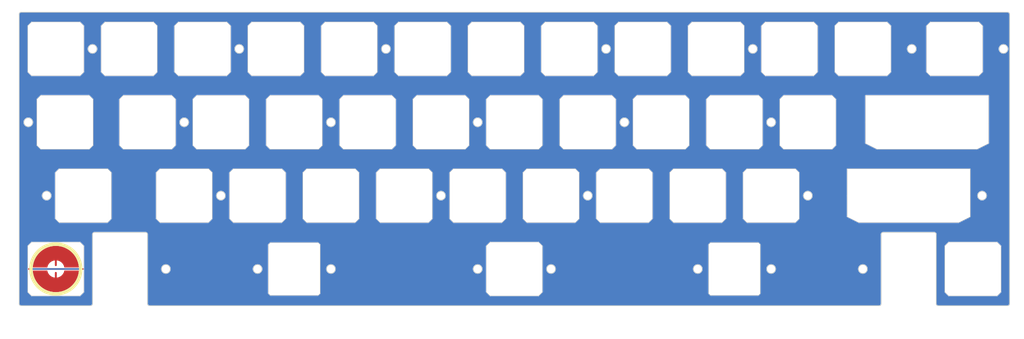
<source format=kicad_pcb>
(kicad_pcb (version 20221018) (generator pcbnew)
  (layers (0 "F.Cu" signal) (31 "B.Cu" signal) (34 "B.Paste" user) (35 "F.Paste" user) (36 "B.SilkS" user "B.Silkscreen") (37 "F.SilkS" user "F.Silkscreen") (38 "B.Mask" user) (39 "F.Mask" user) (44 "Edge.Cuts" user))
  (net 0 "")
  (net 1 "GND")
  (footprint "cipulot_parts:ecs_plate_cut_1U" (layer "F.Cu") (at 26.9875 91.28125)
    (fp_text reference "REF**")
    (fp_text value "Value " hide)
    (fp_line (start -7.3 -6) (end -7.3 6) (stroke (width 0.12)) (layer "Edge.Cuts"))
    (fp_line (start -7.3 6) (end -6.3 7) (stroke (width 0.12)) (layer "Edge.Cuts"))
    (fp_line (start -6.3 -7) (end -7.3 -6) (stroke (width 0.12)) (layer "Edge.Cuts"))
    (fp_line (start -6.3 7) (end 6.3 7) (stroke (width 0.12)) (layer "Edge.Cuts"))
    (fp_line (start 6.3 -7) (end -6.3 -7) (stroke (width 0.12)) (layer "Edge.Cuts"))
    (fp_line (start 6.3 -7) (end 7.3 -6) (stroke (width 0.12)) (layer "Edge.Cuts"))
    (fp_line (start 6.3 7) (end 7.3 6) (stroke (width 0.12)) (layer "Edge.Cuts"))
    (fp_line (start 7.3 6) (end 7.3 -6) (stroke (width 0.12)) (layer "Edge.Cuts"))
  )
  (footprint "cipulot_parts:ecs_plate_cut_1U" (layer "F.Cu") (at 136.525 72.23125)
    (fp_text reference "REF**")
    (fp_text value "Value " hide)
    (fp_line (start -7.3 -6) (end -7.3 6) (stroke (width 0.12)) (layer "Edge.Cuts"))
    (fp_line (start -7.3 6) (end -6.3 7) (stroke (width 0.12)) (layer "Edge.Cuts"))
    (fp_line (start -6.3 -7) (end -7.3 -6) (stroke (width 0.12)) (layer "Edge.Cuts"))
    (fp_line (start -6.3 7) (end 6.3 7) (stroke (width 0.12)) (layer "Edge.Cuts"))
    (fp_line (start 6.3 -7) (end -6.3 -7) (stroke (width 0.12)) (layer "Edge.Cuts"))
    (fp_line (start 6.3 -7) (end 7.3 -6) (stroke (width 0.12)) (layer "Edge.Cuts"))
    (fp_line (start 6.3 7) (end 7.3 6) (stroke (width 0.12)) (layer "Edge.Cuts"))
    (fp_line (start 7.3 6) (end 7.3 -6) (stroke (width 0.12)) (layer "Edge.Cuts"))
  )
  (footprint "cipulot_parts:ecs_plate_cut_1U" (layer "F.Cu") (at 146.05 53.18125)
    (fp_text reference "REF**")
    (fp_text value "Value " hide)
    (fp_line (start -7.3 -6) (end -7.3 6) (stroke (width 0.12)) (layer "Edge.Cuts"))
    (fp_line (start -7.3 6) (end -6.3 7) (stroke (width 0.12)) (layer "Edge.Cuts"))
    (fp_line (start -6.3 -7) (end -7.3 -6) (stroke (width 0.12)) (layer "Edge.Cuts"))
    (fp_line (start -6.3 7) (end 6.3 7) (stroke (width 0.12)) (layer "Edge.Cuts"))
    (fp_line (start 6.3 -7) (end -6.3 -7) (stroke (width 0.12)) (layer "Edge.Cuts"))
    (fp_line (start 6.3 -7) (end 7.3 -6) (stroke (width 0.12)) (layer "Edge.Cuts"))
    (fp_line (start 6.3 7) (end 7.3 6) (stroke (width 0.12)) (layer "Edge.Cuts"))
    (fp_line (start 7.3 6) (end 7.3 -6) (stroke (width 0.12)) (layer "Edge.Cuts"))
  )
  (footprint "cipulot_parts:ecs_plate_cut_1U" (layer "F.Cu") (at 46.0375 34.13125)
    (fp_text reference "REF**")
    (fp_text value "Value " hide)
    (fp_line (start -7.3 -6) (end -7.3 6) (stroke (width 0.12)) (layer "Edge.Cuts"))
    (fp_line (start -7.3 6) (end -6.3 7) (stroke (width 0.12)) (layer "Edge.Cuts"))
    (fp_line (start -6.3 -7) (end -7.3 -6) (stroke (width 0.12)) (layer "Edge.Cuts"))
    (fp_line (start -6.3 7) (end 6.3 7) (stroke (width 0.12)) (layer "Edge.Cuts"))
    (fp_line (start 6.3 -7) (end -6.3 -7) (stroke (width 0.12)) (layer "Edge.Cuts"))
    (fp_line (start 6.3 -7) (end 7.3 -6) (stroke (width 0.12)) (layer "Edge.Cuts"))
    (fp_line (start 6.3 7) (end 7.3 6) (stroke (width 0.12)) (layer "Edge.Cuts"))
    (fp_line (start 7.3 6) (end 7.3 -6) (stroke (width 0.12)) (layer "Edge.Cuts"))
  )
  (footprint "cipulot_parts:ecs_plate_cut_1U" (layer "F.Cu") (at 79.375 72.23125)
    (fp_text reference "REF**")
    (fp_text value "Value " hide)
    (fp_line (start -7.3 -6) (end -7.3 6) (stroke (width 0.12)) (layer "Edge.Cuts"))
    (fp_line (start -7.3 6) (end -6.3 7) (stroke (width 0.12)) (layer "Edge.Cuts"))
    (fp_line (start -6.3 -7) (end -7.3 -6) (stroke (width 0.12)) (layer "Edge.Cuts"))
    (fp_line (start -6.3 7) (end 6.3 7) (stroke (width 0.12)) (layer "Edge.Cuts"))
    (fp_line (start 6.3 -7) (end -6.3 -7) (stroke (width 0.12)) (layer "Edge.Cuts"))
    (fp_line (start 6.3 -7) (end 7.3 -6) (stroke (width 0.12)) (layer "Edge.Cuts"))
    (fp_line (start 6.3 7) (end 7.3 6) (stroke (width 0.12)) (layer "Edge.Cuts"))
    (fp_line (start 7.3 6) (end 7.3 -6) (stroke (width 0.12)) (layer "Edge.Cuts"))
  )
  (footprint "cipulot_parts:ecs_plate_cut_1U" (layer "F.Cu") (at 88.9 53.18125)
    (fp_text reference "REF**")
    (fp_text value "Value " hide)
    (fp_line (start -7.3 -6) (end -7.3 6) (stroke (width 0.12)) (layer "Edge.Cuts"))
    (fp_line (start -7.3 6) (end -6.3 7) (stroke (width 0.12)) (layer "Edge.Cuts"))
    (fp_line (start -6.3 -7) (end -7.3 -6) (stroke (width 0.12)) (layer "Edge.Cuts"))
    (fp_line (start -6.3 7) (end 6.3 7) (stroke (width 0.12)) (layer "Edge.Cuts"))
    (fp_line (start 6.3 -7) (end -6.3 -7) (stroke (width 0.12)) (layer "Edge.Cuts"))
    (fp_line (start 6.3 -7) (end 7.3 -6) (stroke (width 0.12)) (layer "Edge.Cuts"))
    (fp_line (start 6.3 7) (end 7.3 6) (stroke (width 0.12)) (layer "Edge.Cuts"))
    (fp_line (start 7.3 6) (end 7.3 -6) (stroke (width 0.12)) (layer "Edge.Cuts"))
  )
  (footprint "cipulot_parts:ecs_plate_cut_1U" (layer "F.Cu") (at 260.35 34.13125)
    (fp_text reference "REF**")
    (fp_text value "Value " hide)
    (fp_line (start -7.3 -6) (end -7.3 6) (stroke (width 0.12)) (layer "Edge.Cuts"))
    (fp_line (start -7.3 6) (end -6.3 7) (stroke (width 0.12)) (layer "Edge.Cuts"))
    (fp_line (start -6.3 -7) (end -7.3 -6) (stroke (width 0.12)) (layer "Edge.Cuts"))
    (fp_line (start -6.3 7) (end 6.3 7) (stroke (width 0.12)) (layer "Edge.Cuts"))
    (fp_line (start 6.3 -7) (end -6.3 -7) (stroke (width 0.12)) (layer "Edge.Cuts"))
    (fp_line (start 6.3 -7) (end 7.3 -6) (stroke (width 0.12)) (layer "Edge.Cuts"))
    (fp_line (start 6.3 7) (end 7.3 6) (stroke (width 0.12)) (layer "Edge.Cuts"))
    (fp_line (start 7.3 6) (end 7.3 -6) (stroke (width 0.12)) (layer "Edge.Cuts"))
  )
  (footprint "cipulot_parts:ecs_plate_cut_1U" (layer "F.Cu") (at 127 53.18125)
    (fp_text reference "REF**")
    (fp_text value "Value " hide)
    (fp_line (start -7.3 -6) (end -7.3 6) (stroke (width 0.12)) (layer "Edge.Cuts"))
    (fp_line (start -7.3 6) (end -6.3 7) (stroke (width 0.12)) (layer "Edge.Cuts"))
    (fp_line (start -6.3 -7) (end -7.3 -6) (stroke (width 0.12)) (layer "Edge.Cuts"))
    (fp_line (start -6.3 7) (end 6.3 7) (stroke (width 0.12)) (layer "Edge.Cuts"))
    (fp_line (start 6.3 -7) (end -6.3 -7) (stroke (width 0.12)) (layer "Edge.Cuts"))
    (fp_line (start 6.3 -7) (end 7.3 -6) (stroke (width 0.12)) (layer "Edge.Cuts"))
    (fp_line (start 6.3 7) (end 7.3 6) (stroke (width 0.12)) (layer "Edge.Cuts"))
    (fp_line (start 7.3 6) (end 7.3 -6) (stroke (width 0.12)) (layer "Edge.Cuts"))
  )
  (footprint "cipulot_parts:ecs_plate_cut_1U" (layer "F.Cu") (at 198.4375 34.13125)
    (fp_text reference "REF**")
    (fp_text value "Value " hide)
    (fp_line (start -7.3 -6) (end -7.3 6) (stroke (width 0.12)) (layer "Edge.Cuts"))
    (fp_line (start -7.3 6) (end -6.3 7) (stroke (width 0.12)) (layer "Edge.Cuts"))
    (fp_line (start -6.3 -7) (end -7.3 -6) (stroke (width 0.12)) (layer "Edge.Cuts"))
    (fp_line (start -6.3 7) (end 6.3 7) (stroke (width 0.12)) (layer "Edge.Cuts"))
    (fp_line (start 6.3 -7) (end -6.3 -7) (stroke (width 0.12)) (layer "Edge.Cuts"))
    (fp_line (start 6.3 -7) (end 7.3 -6) (stroke (width 0.12)) (layer "Edge.Cuts"))
    (fp_line (start 6.3 7) (end 7.3 6) (stroke (width 0.12)) (layer "Edge.Cuts"))
    (fp_line (start 7.3 6) (end 7.3 -6) (stroke (width 0.12)) (layer "Edge.Cuts"))
  )
  (footprint "cipulot_parts:ecs_plate_cut_1U" (layer "F.Cu") (at 203.2 53.18125)
    (fp_text reference "REF**")
    (fp_text value "Value " hide)
    (fp_line (start -7.3 -6) (end -7.3 6) (stroke (width 0.12)) (layer "Edge.Cuts"))
    (fp_line (start -7.3 6) (end -6.3 7) (stroke (width 0.12)) (layer "Edge.Cuts"))
    (fp_line (start -6.3 -7) (end -7.3 -6) (stroke (width 0.12)) (layer "Edge.Cuts"))
    (fp_line (start -6.3 7) (end 6.3 7) (stroke (width 0.12)) (layer "Edge.Cuts"))
    (fp_line (start 6.3 -7) (end -6.3 -7) (stroke (width 0.12)) (layer "Edge.Cuts"))
    (fp_line (start 6.3 -7) (end 7.3 -6) (stroke (width 0.12)) (layer "Edge.Cuts"))
    (fp_line (start 6.3 7) (end 7.3 6) (stroke (width 0.12)) (layer "Edge.Cuts"))
    (fp_line (start 7.3 6) (end 7.3 -6) (stroke (width 0.12)) (layer "Edge.Cuts"))
  )
  (footprint "cipulot_parts:ecs_plate_cut_1U" (layer "F.Cu") (at 165.1 53.18125)
    (fp_text reference "REF**")
    (fp_text value "Value " hide)
    (fp_line (start -7.3 -6) (end -7.3 6) (stroke (width 0.12)) (layer "Edge.Cuts"))
    (fp_line (start -7.3 6) (end -6.3 7) (stroke (width 0.12)) (layer "Edge.Cuts"))
    (fp_line (start -6.3 -7) (end -7.3 -6) (stroke (width 0.12)) (layer "Edge.Cuts"))
    (fp_line (start -6.3 7) (end 6.3 7) (stroke (width 0.12)) (layer "Edge.Cuts"))
    (fp_line (start 6.3 -7) (end -6.3 -7) (stroke (width 0.12)) (layer "Edge.Cuts"))
    (fp_line (start 6.3 -7) (end 7.3 -6) (stroke (width 0.12)) (layer "Edge.Cuts"))
    (fp_line (start 6.3 7) (end 7.3 6) (stroke (width 0.12)) (layer "Edge.Cuts"))
    (fp_line (start 7.3 6) (end 7.3 -6) (stroke (width 0.12)) (layer "Edge.Cuts"))
  )
  (footprint "cipulot_parts:ecs_plate_cut_1U" (layer "F.Cu") (at 217.4875 34.13125)
    (fp_text reference "REF**")
    (fp_text value "Value " hide)
    (fp_line (start -7.3 -6) (end -7.3 6) (stroke (width 0.12)) (layer "Edge.Cuts"))
    (fp_line (start -7.3 6) (end -6.3 7) (stroke (width 0.12)) (layer "Edge.Cuts"))
    (fp_line (start -6.3 -7) (end -7.3 -6) (stroke (width 0.12)) (layer "Edge.Cuts"))
    (fp_line (start -6.3 7) (end 6.3 7) (stroke (width 0.12)) (layer "Edge.Cuts"))
    (fp_line (start 6.3 -7) (end -6.3 -7) (stroke (width 0.12)) (layer "Edge.Cuts"))
    (fp_line (start 6.3 -7) (end 7.3 -6) (stroke (width 0.12)) (layer "Edge.Cuts"))
    (fp_line (start 6.3 7) (end 7.3 6) (stroke (width 0.12)) (layer "Edge.Cuts"))
    (fp_line (start 7.3 6) (end 7.3 -6) (stroke (width 0.12)) (layer "Edge.Cuts"))
  )
  (footprint "cipulot_parts:ecs_plate_cut_1U" (layer "F.Cu") (at 117.475 72.23125)
    (fp_text reference "REF**")
    (fp_text value "Value " hide)
    (fp_line (start -7.3 -6) (end -7.3 6) (stroke (width 0.12)) (layer "Edge.Cuts"))
    (fp_line (start -7.3 6) (end -6.3 7) (stroke (width 0.12)) (layer "Edge.Cuts"))
    (fp_line (start -6.3 -7) (end -7.3 -6) (stroke (width 0.12)) (layer "Edge.Cuts"))
    (fp_line (start -6.3 7) (end 6.3 7) (stroke (width 0.12)) (layer "Edge.Cuts"))
    (fp_line (start 6.3 -7) (end -6.3 -7) (stroke (width 0.12)) (layer "Edge.Cuts"))
    (fp_line (start 6.3 -7) (end 7.3 -6) (stroke (width 0.12)) (layer "Edge.Cuts"))
    (fp_line (start 6.3 7) (end 7.3 6) (stroke (width 0.12)) (layer "Edge.Cuts"))
    (fp_line (start 7.3 6) (end 7.3 -6) (stroke (width 0.12)) (layer "Edge.Cuts"))
  )
  (footprint "cipulot_parts:ecs_plate_cut_1U" (layer "F.Cu") (at 84.137501 34.13125)
    (fp_text reference "REF**")
    (fp_text value "Value " hide)
    (fp_line (start -7.3 -6) (end -7.3 6) (stroke (width 0.12)) (layer "Edge.Cuts"))
    (fp_line (start -7.3 6) (end -6.3 7) (stroke (width 0.12)) (layer "Edge.Cuts"))
    (fp_line (start -6.3 -7) (end -7.3 -6) (stroke (width 0.12)) (layer "Edge.Cuts"))
    (fp_line (start -6.3 7) (end 6.3 7) (stroke (width 0.12)) (layer "Edge.Cuts"))
    (fp_line (start 6.3 -7) (end -6.3 -7) (stroke (width 0.12)) (layer "Edge.Cuts"))
    (fp_line (start 6.3 -7) (end 7.3 -6) (stroke (width 0.12)) (layer "Edge.Cuts"))
    (fp_line (start 6.3 7) (end 7.3 6) (stroke (width 0.12)) (layer "Edge.Cuts"))
    (fp_line (start 7.3 6) (end 7.3 -6) (stroke (width 0.12)) (layer "Edge.Cuts"))
  )
  (footprint "cipulot_parts:ecs_plate_cut_1U" (layer "F.Cu") (at 34.13125 72.23125)
    (fp_text reference "REF**")
    (fp_text value "Value " hide)
    (fp_line (start -7.3 -6) (end -7.3 6) (stroke (width 0.12)) (layer "Edge.Cuts"))
    (fp_line (start -7.3 6) (end -6.3 7) (stroke (width 0.12)) (layer "Edge.Cuts"))
    (fp_line (start -6.3 -7) (end -7.3 -6) (stroke (width 0.12)) (layer "Edge.Cuts"))
    (fp_line (start -6.3 7) (end 6.3 7) (stroke (width 0.12)) (layer "Edge.Cuts"))
    (fp_line (start 6.3 -7) (end -6.3 -7) (stroke (width 0.12)) (layer "Edge.Cuts"))
    (fp_line (start 6.3 -7) (end 7.3 -6) (stroke (width 0.12)) (layer "Edge.Cuts"))
    (fp_line (start 6.3 7) (end 7.3 6) (stroke (width 0.12)) (layer "Edge.Cuts"))
    (fp_line (start 7.3 6) (end 7.3 -6) (stroke (width 0.12)) (layer "Edge.Cuts"))
  )
  (footprint "cipulot_parts:ecs_plate_cut_1U" (layer "F.Cu") (at 155.575 72.23125)
    (fp_text reference "REF**")
    (fp_text value "Value " hide)
    (fp_line (start -7.3 -6) (end -7.3 6) (stroke (width 0.12)) (layer "Edge.Cuts"))
    (fp_line (start -7.3 6) (end -6.3 7) (stroke (width 0.12)) (layer "Edge.Cuts"))
    (fp_line (start -6.3 -7) (end -7.3 -6) (stroke (width 0.12)) (layer "Edge.Cuts"))
    (fp_line (start -6.3 7) (end 6.3 7) (stroke (width 0.12)) (layer "Edge.Cuts"))
    (fp_line (start 6.3 -7) (end -6.3 -7) (stroke (width 0.12)) (layer "Edge.Cuts"))
    (fp_line (start 6.3 -7) (end 7.3 -6) (stroke (width 0.12)) (layer "Edge.Cuts"))
    (fp_line (start 6.3 7) (end 7.3 6) (stroke (width 0.12)) (layer "Edge.Cuts"))
    (fp_line (start 7.3 6) (end 7.3 -6) (stroke (width 0.12)) (layer "Edge.Cuts"))
  )
  (footprint "cipulot_parts:ecs_plate_cut_1U" (layer "F.Cu") (at 60.325 72.23125)
    (fp_text reference "REF**")
    (fp_text value "Value " hide)
    (fp_line (start -7.3 -6) (end -7.3 6) (stroke (width 0.12)) (layer "Edge.Cuts"))
    (fp_line (start -7.3 6) (end -6.3 7) (stroke (width 0.12)) (layer "Edge.Cuts"))
    (fp_line (start -6.3 -7) (end -7.3 -6) (stroke (width 0.12)) (layer "Edge.Cuts"))
    (fp_line (start -6.3 7) (end 6.3 7) (stroke (width 0.12)) (layer "Edge.Cuts"))
    (fp_line (start 6.3 -7) (end -6.3 -7) (stroke (width 0.12)) (layer "Edge.Cuts"))
    (fp_line (start 6.3 -7) (end 7.3 -6) (stroke (width 0.12)) (layer "Edge.Cuts"))
    (fp_line (start 6.3 7) (end 7.3 6) (stroke (width 0.12)) (layer "Edge.Cuts"))
    (fp_line (start 7.3 6) (end 7.3 -6) (stroke (width 0.12)) (layer "Edge.Cuts"))
  )
  (footprint "cipulot_parts:ecs_plate_cut_1U" (layer "F.Cu") (at 50.8 53.18125)
    (fp_text reference "REF**")
    (fp_text value "Value " hide)
    (fp_line (start -7.3 -6) (end -7.3 6) (stroke (width 0.12)) (layer "Edge.Cuts"))
    (fp_line (start -7.3 6) (end -6.3 7) (stroke (width 0.12)) (layer "Edge.Cuts"))
    (fp_line (start -6.3 -7) (end -7.3 -6) (stroke (width 0.12)) (layer "Edge.Cuts"))
    (fp_line (start -6.3 7) (end 6.3 7) (stroke (width 0.12)) (layer "Edge.Cuts"))
    (fp_line (start 6.3 -7) (end -6.3 -7) (stroke (width 0.12)) (layer "Edge.Cuts"))
    (fp_line (start 6.3 -7) (end 7.3 -6) (stroke (width 0.12)) (layer "Edge.Cuts"))
    (fp_line (start 6.3 7) (end 7.3 6) (stroke (width 0.12)) (layer "Edge.Cuts"))
    (fp_line (start 7.3 6) (end 7.3 -6) (stroke (width 0.12)) (layer "Edge.Cuts"))
  )
  (footprint "cipulot_parts:ecs_plate_cut_1U" (layer "F.Cu") (at 107.95 53.18125)
    (fp_text reference "REF**")
    (fp_text value "Value " hide)
    (fp_line (start -7.3 -6) (end -7.3 6) (stroke (width 0.12)) (layer "Edge.Cuts"))
    (fp_line (start -7.3 6) (end -6.3 7) (stroke (width 0.12)) (layer "Edge.Cuts"))
    (fp_line (start -6.3 -7) (end -7.3 -6) (stroke (width 0.12)) (layer "Edge.Cuts"))
    (fp_line (start -6.3 7) (end 6.3 7) (stroke (width 0.12)) (layer "Edge.Cuts"))
    (fp_line (start 6.3 -7) (end -6.3 -7) (stroke (width 0.12)) (layer "Edge.Cuts"))
    (fp_line (start 6.3 -7) (end 7.3 -6) (stroke (width 0.12)) (layer "Edge.Cuts"))
    (fp_line (start 6.3 7) (end 7.3 6) (stroke (width 0.12)) (layer "Edge.Cuts"))
    (fp_line (start 7.3 6) (end 7.3 -6) (stroke (width 0.12)) (layer "Edge.Cuts"))
  )
  (footprint "cipulot_parts:ecs_plate_cut_1U" (layer "F.Cu") (at 65.0875 34.13125)
    (fp_text reference "REF**")
    (fp_text value "Value " hide)
    (fp_line (start -7.3 -6) (end -7.3 6) (stroke (width 0.12)) (layer "Edge.Cuts"))
    (fp_line (start -7.3 6) (end -6.3 7) (stroke (width 0.12)) (layer "Edge.Cuts"))
    (fp_line (start -6.3 -7) (end -7.3 -6) (stroke (width 0.12)) (layer "Edge.Cuts"))
    (fp_line (start -6.3 7) (end 6.3 7) (stroke (width 0.12)) (layer "Edge.Cuts"))
    (fp_line (start 6.3 -7) (end -6.3 -7) (stroke (width 0.12)) (layer "Edge.Cuts"))
    (fp_line (start 6.3 -7) (end 7.3 -6) (stroke (width 0.12)) (layer "Edge.Cuts"))
    (fp_line (start 6.3 7) (end 7.3 6) (stroke (width 0.12)) (layer "Edge.Cuts"))
    (fp_line (start 7.3 6) (end 7.3 -6) (stroke (width 0.12)) (layer "Edge.Cuts"))
  )
  (footprint "cipulot_parts:ecs_plate_cut_1U" (layer "F.Cu") (at 141.2875 34.13125)
    (fp_text reference "REF**")
    (fp_text value "Value " hide)
    (fp_line (start -7.3 -6) (end -7.3 6) (stroke (width 0.12)) (layer "Edge.Cuts"))
    (fp_line (start -7.3 6) (end -6.3 7) (stroke (width 0.12)) (layer "Edge.Cuts"))
    (fp_line (start -6.3 -7) (end -7.3 -6) (stroke (width 0.12)) (layer "Edge.Cuts"))
    (fp_line (start -6.3 7) (end 6.3 7) (stroke (width 0.12)) (layer "Edge.Cuts"))
    (fp_line (start 6.3 -7) (end -6.3 -7) (stroke (width 0.12)) (layer "Edge.Cuts"))
    (fp_line (start 6.3 -7) (end 7.3 -6) (stroke (width 0.12)) (layer "Edge.Cuts"))
    (fp_line (start 6.3 7) (end 7.3 6) (stroke (width 0.12)) (layer "Edge.Cuts"))
    (fp_line (start 7.3 6) (end 7.3 -6) (stroke (width 0.12)) (layer "Edge.Cuts"))
  )
  (footprint "cipulot_parts:ecs_plate_cut_1U" (layer "F.Cu") (at 29.36875 53.18125)
    (fp_text reference "REF**")
    (fp_text value "Value " hide)
    (fp_line (start -7.3 -6) (end -7.3 6) (stroke (width 0.12)) (layer "Edge.Cuts"))
    (fp_line (start -7.3 6) (end -6.3 7) (stroke (width 0.12)) (layer "Edge.Cuts"))
    (fp_line (start -6.3 -7) (end -7.3 -6) (stroke (width 0.12)) (layer "Edge.Cuts"))
    (fp_line (start -6.3 7) (end 6.3 7) (stroke (width 0.12)) (layer "Edge.Cuts"))
    (fp_line (start 6.3 -7) (end -6.3 -7) (stroke (width 0.12)) (layer "Edge.Cuts"))
    (fp_line (start 6.3 -7) (end 7.3 -6) (stroke (width 0.12)) (layer "Edge.Cuts"))
    (fp_line (start 6.3 7) (end 7.3 6) (stroke (width 0.12)) (layer "Edge.Cuts"))
    (fp_line (start 7.3 6) (end 7.3 -6) (stroke (width 0.12)) (layer "Edge.Cuts"))
  )
  (footprint "cipulot_parts:ecs_plate_cut_1U" (layer "F.Cu") (at 160.3375 34.13125)
    (fp_text reference "REF**")
    (fp_text value "Value " hide)
    (fp_line (start -7.3 -6) (end -7.3 6) (stroke (width 0.12)) (layer "Edge.Cuts"))
    (fp_line (start -7.3 6) (end -6.3 7) (stroke (width 0.12)) (layer "Edge.Cuts"))
    (fp_line (start -6.3 -7) (end -7.3 -6) (stroke (width 0.12)) (layer "Edge.Cuts"))
    (fp_line (start -6.3 7) (end 6.3 7) (stroke (width 0.12)) (layer "Edge.Cuts"))
    (fp_line (start 6.3 -7) (end -6.3 -7) (stroke (width 0.12)) (layer "Edge.Cuts"))
    (fp_line (start 6.3 -7) (end 7.3 -6) (stroke (width 0.12)) (layer "Edge.Cuts"))
    (fp_line (start 6.3 7) (end 7.3 6) (stroke (width 0.12)) (layer "Edge.Cuts"))
    (fp_line (start 7.3 6) (end 7.3 -6) (stroke (width 0.12)) (layer "Edge.Cuts"))
  )
  (footprint "cipulot_parts:ecs_plate_cut_1U" (layer "F.Cu") (at 122.2375 34.13125)
    (fp_text reference "REF**")
    (fp_text value "Value " hide)
    (fp_line (start -7.3 -6) (end -7.3 6) (stroke (width 0.12)) (layer "Edge.Cuts"))
    (fp_line (start -7.3 6) (end -6.3 7) (stroke (width 0.12)) (layer "Edge.Cuts"))
    (fp_line (start -6.3 -7) (end -7.3 -6) (stroke (width 0.12)) (layer "Edge.Cuts"))
    (fp_line (start -6.3 7) (end 6.3 7) (stroke (width 0.12)) (layer "Edge.Cuts"))
    (fp_line (start 6.3 -7) (end -6.3 -7) (stroke (width 0.12)) (layer "Edge.Cuts"))
    (fp_line (start 6.3 -7) (end 7.3 -6) (stroke (width 0.12)) (layer "Edge.Cuts"))
    (fp_line (start 6.3 7) (end 7.3 6) (stroke (width 0.12)) (layer "Edge.Cuts"))
    (fp_line (start 7.3 6) (end 7.3 -6) (stroke (width 0.12)) (layer "Edge.Cuts"))
  )
  (footprint "cipulot_parts:ecs_plate_cut_1U" (layer "F.Cu") (at 212.725 72.23125)
    (fp_text reference "REF**")
    (fp_text value "Value " hide)
    (fp_line (start -7.3 -6) (end -7.3 6) (stroke (width 0.12)) (layer "Edge.Cuts"))
    (fp_line (start -7.3 6) (end -6.3 7) (stroke (width 0.12)) (layer "Edge.Cuts"))
    (fp_line (start -6.3 -7) (end -7.3 -6) (stroke (width 0.12)) (layer "Edge.Cuts"))
    (fp_line (start -6.3 7) (end 6.3 7) (stroke (width 0.12)) (layer "Edge.Cuts"))
    (fp_line (start 6.3 -7) (end -6.3 -7) (stroke (width 0.12)) (layer "Edge.Cuts"))
    (fp_line (start 6.3 -7) (end 7.3 -6) (stroke (width 0.12)) (layer "Edge.Cuts"))
    (fp_line (start 6.3 7) (end 7.3 6) (stroke (width 0.12)) (layer "Edge.Cuts"))
    (fp_line (start 7.3 6) (end 7.3 -6) (stroke (width 0.12)) (layer "Edge.Cuts"))
  )
  (footprint "cipulot_parts:ecs_plate_cut_1U" (layer "F.Cu") (at 69.85 53.18125)
    (fp_text reference "REF**")
    (fp_text value "Value " hide)
    (fp_line (start -7.3 -6) (end -7.3 6) (stroke (width 0.12)) (layer "Edge.Cuts"))
    (fp_line (start -7.3 6) (end -6.3 7) (stroke (width 0.12)) (layer "Edge.Cuts"))
    (fp_line (start -6.3 -7) (end -7.3 -6) (stroke (width 0.12)) (layer "Edge.Cuts"))
    (fp_line (start -6.3 7) (end 6.3 7) (stroke (width 0.12)) (layer "Edge.Cuts"))
    (fp_line (start 6.3 -7) (end -6.3 -7) (stroke (width 0.12)) (layer "Edge.Cuts"))
    (fp_line (start 6.3 -7) (end 7.3 -6) (stroke (width 0.12)) (layer "Edge.Cuts"))
    (fp_line (start 6.3 7) (end 7.3 6) (stroke (width 0.12)) (layer "Edge.Cuts"))
    (fp_line (start 7.3 6) (end 7.3 -6) (stroke (width 0.12)) (layer "Edge.Cuts"))
  )
  (footprint "cipulot_parts:ecs_plate_cut_7U_space_stab" (layer "F.Cu") (at 146.05 91.28125)
    (fp_text reference "REF**")
    (fp_text value "Value " hide)
    (fp_line (start -63.8876 -6.3635) (end -63.8876 6.3635) (stroke (width 0.12)) (layer "Edge.Cuts"))
    (fp_line (start -63.8876 6.3635) (end -63.3806 6.8705) (stroke (width 0.12)) (layer "Edge.Cuts"))
    (fp_line (start -63.3806 -6.8705) (end -63.8876 -6.3635) (stroke (width 0.12)) (layer "Edge.Cuts"))
    (fp_line (start -63.3806 6.8705) (end -50.9326 6.8705) (stroke (width 0.12)) (layer "Edge.Cuts"))
    (fp_line (start -50.9326 -6.8705) (end -63.3806 -6.8705) (stroke (width 0.12)) (layer "Edge.Cuts"))
    (fp_line (start -50.9326 6.8705) (end -50.4256 6.3635) (stroke (width 0.12)) (layer "Edge.Cuts"))
    (fp_line (start -50.4256 -6.3635) (end -50.9326 -6.8705) (stroke (width 0.12)) (layer "Edge.Cuts"))
    (fp_line (start -50.4256 6.3635) (end -50.4256 -6.3635) (stroke (width 0.12)) (layer "Edge.Cuts"))
    (fp_line (start 50.419 -6.3635) (end 50.419 6.3635) (stroke (width 0.12)) (layer "Edge.Cuts"))
    (fp_line (start 50.419 -6.3635) (end 50.919 -6.8705) (stroke (width 0.12)) (layer "Edge.Cuts"))
    (fp_line (start 50.419 6.3635) (end 50.926 6.8705) (stroke (width 0.12)) (layer "Edge.Cuts"))
    (fp_line (start 50.919 -6.8705) (end 63.381 -6.8705) (stroke (width 0.12)) (layer "Edge.Cuts"))
    (fp_line (start 50.926 6.8705) (end 63.374 6.8705) (stroke (width 0.12)) (layer "Edge.Cuts"))
    (fp_line (start 63.374 6.8705) (end 63.881 6.3635) (stroke (width 0.12)) (layer "Edge.Cuts"))
    (fp_line (start 63.381 -6.8705) (end 63.881 -6.3635) (stroke (width 0.12)) (layer "Edge.Cuts"))
    (fp_line (start 63.881 6.3635) (end 63.881 -6.3635) (stroke (width 0.12)) (layer "Edge.Cuts"))
  )
  (footprint "cipulot_parts:ecs_plate_cut_2U" (layer "F.Cu") (at 248.44375 72.23125)
    (fp_text reference "REF**")
    (fp_text value "Value " hide)
    (fp_line (start -16 -7) (end 16 -7) (stroke (width 0.12)) (layer "Edge.Cuts"))
    (fp_line (start -16 0) (end -16 -7) (stroke (width 0.12)) (layer "Edge.Cuts"))
    (fp_line (start -16 0) (end -16 5.5) (stroke (width 0.12)) (layer "Edge.Cuts"))
    (fp_line (start -16 5.5) (end -13 7) (stroke (width 0.12)) (layer "Edge.Cuts"))
    (fp_line (start 13 7) (end -13 7) (stroke (width 0.12)) (layer "Edge.Cuts"))
    (fp_line (start 16 -7) (end 16 0) (stroke (width 0.12)) (layer "Edge.Cuts"))
    (fp_line (start 16 0) (end 16 5.5) (stroke (width 0.12)) (layer "Edge.Cuts"))
    (fp_line (start 16 5.5) (end 13 7) (stroke (width 0.12)) (layer "Edge.Cuts"))
  )
  (footprint "cipulot_parts:ecs_plate_cut_1U" (layer "F.Cu") (at 174.625 72.23125)
    (fp_text reference "REF**")
    (fp_text value "Value " hide)
    (fp_line (start -7.3 -6) (end -7.3 6) (stroke (width 0.12)) (layer "Edge.Cuts"))
    (fp_line (start -7.3 6) (end -6.3 7) (stroke (width 0.12)) (layer "Edge.Cuts"))
    (fp_line (start -6.3 -7) (end -7.3 -6) (stroke (width 0.12)) (layer "Edge.Cuts"))
    (fp_line (start -6.3 7) (end 6.3 7) (stroke (width 0.12)) (layer "Edge.Cuts"))
    (fp_line (start 6.3 -7) (end -6.3 -7) (stroke (width 0.12)) (layer "Edge.Cuts"))
    (fp_line (start 6.3 -7) (end 7.3 -6) (stroke (width 0.12)) (layer "Edge.Cuts"))
    (fp_line (start 6.3 7) (end 7.3 6) (stroke (width 0.12)) (layer "Edge.Cuts"))
    (fp_line (start 7.3 6) (end 7.3 -6) (stroke (width 0.12)) (layer "Edge.Cuts"))
  )
  (footprint "cipulot_parts:ecs_plate_cut_1U" (layer "F.Cu") (at 146.05 91.28125)
    (fp_text reference "REF**")
    (fp_text value "Value " hide)
    (fp_line (start -7.3 -6) (end -7.3 6) (stroke (width 0.12)) (layer "Edge.Cuts"))
    (fp_line (start -7.3 6) (end -6.3 7) (stroke (width 0.12)) (layer "Edge.Cuts"))
    (fp_line (start -6.3 -7) (end -7.3 -6) (stroke (width 0.12)) (layer "Edge.Cuts"))
    (fp_line (start -6.3 7) (end 6.3 7) (stroke (width 0.12)) (layer "Edge.Cuts"))
    (fp_line (start 6.3 -7) (end -6.3 -7) (stroke (width 0.12)) (layer "Edge.Cuts"))
    (fp_line (start 6.3 -7) (end 7.3 -6) (stroke (width 0.12)) (layer "Edge.Cuts"))
    (fp_line (start 6.3 7) (end 7.3 6) (stroke (width 0.12)) (layer "Edge.Cuts"))
    (fp_line (start 7.3 6) (end 7.3 -6) (stroke (width 0.12)) (layer "Edge.Cuts"))
  )
  (footprint "cipulot_parts:ecs_plate_cut_1U" (layer "F.Cu") (at 98.425 72.23125)
    (fp_text reference "REF**")
    (fp_text value "Value " hide)
    (fp_line (start -7.3 -6) (end -7.3 6) (stroke (width 0.12)) (layer "Edge.Cuts"))
    (fp_line (start -7.3 6) (end -6.3 7) (stroke (width 0.12)) (layer "Edge.Cuts"))
    (fp_line (start -6.3 -7) (end -7.3 -6) (stroke (width 0.12)) (layer "Edge.Cuts"))
    (fp_line (start -6.3 7) (end 6.3 7) (stroke (width 0.12)) (layer "Edge.Cuts"))
    (fp_line (start 6.3 -7) (end -6.3 -7) (stroke (width 0.12)) (layer "Edge.Cuts"))
    (fp_line (start 6.3 -7) (end 7.3 -6) (stroke (width 0.12)) (layer "Edge.Cuts"))
    (fp_line (start 6.3 7) (end 7.3 6) (stroke (width 0.12)) (layer "Edge.Cuts"))
    (fp_line (start 7.3 6) (end 7.3 -6) (stroke (width 0.12)) (layer "Edge.Cuts"))
  )
  (footprint "cipulot_parts:ecs_plate_cut_1U" (layer "F.Cu") (at 222.25 53.18125)
    (fp_text reference "REF**")
    (fp_text value "Value " hide)
    (fp_line (start -7.3 -6) (end -7.3 6) (stroke (width 0.12)) (layer "Edge.Cuts"))
    (fp_line (start -7.3 6) (end -6.3 7) (stroke (width 0.12)) (layer "Edge.Cuts"))
    (fp_line (start -6.3 -7) (end -7.3 -6) (stroke (width 0.12)) (layer "Edge.Cuts"))
    (fp_line (start -6.3 7) (end 6.3 7) (stroke (width 0.12)) (layer "Edge.Cuts"))
    (fp_line (start 6.3 -7) (end -6.3 -7) (stroke (width 0.12)) (layer "Edge.Cuts"))
    (fp_line (start 6.3 -7) (end 7.3 -6) (stroke (width 0.12)) (layer "Edge.Cuts"))
    (fp_line (start 6.3 7) (end 7.3 6) (stroke (width 0.12)) (layer "Edge.Cuts"))
    (fp_line (start 7.3 6) (end 7.3 -6) (stroke (width 0.12)) (layer "Edge.Cuts"))
  )
  (footprint "cipulot_parts:ecs_plate_cut_1U" (layer "F.Cu") (at 236.5375 34.13125)
    (fp_text reference "REF**")
    (fp_text value "Value " hide)
    (fp_line (start -7.3 -6) (end -7.3 6) (stroke (width 0.12)) (layer "Edge.Cuts"))
    (fp_line (start -7.3 6) (end -6.3 7) (stroke (width 0.12)) (layer "Edge.Cuts"))
    (fp_line (start -6.3 -7) (end -7.3 -6) (stroke (width 0.12)) (layer "Edge.Cuts"))
    (fp_line (start -6.3 7) (end 6.3 7) (stroke (width 0.12)) (layer "Edge.Cuts"))
    (fp_line (start 6.3 -7) (end -6.3 -7) (stroke (width 0.12)) (layer "Edge.Cuts"))
    (fp_line (start 6.3 -7) (end 7.3 -6) (stroke (width 0.12)) (layer "Edge.Cuts"))
    (fp_line (start 6.3 7) (end 7.3 6) (stroke (width 0.12)) (layer "Edge.Cuts"))
    (fp_line (start 7.3 6) (end 7.3 -6) (stroke (width 0.12)) (layer "Edge.Cuts"))
  )
  (footprint "cipulot_parts:ecs_plate_cut_1U" (layer "F.Cu") (at 193.675 72.23125)
    (fp_text reference "REF**")
    (fp_text value "Value " hide)
    (fp_line (start -7.3 -6) (end -7.3 6) (stroke (width 0.12)) (layer "Edge.Cuts"))
    (fp_line (start -7.3 6) (end -6.3 7) (stroke (width 0.12)) (layer "Edge.Cuts"))
    (fp_line (start -6.3 -7) (end -7.3 -6) (stroke (width 0.12)) (layer "Edge.Cuts"))
    (fp_line (start -6.3 7) (end 6.3 7) (stroke (width 0.12)) (layer "Edge.Cuts"))
    (fp_line (start 6.3 -7) (end -6.3 -7) (stroke (width 0.12)) (layer "Edge.Cuts"))
    (fp_line (start 6.3 -7) (end 7.3 -6) (stroke (width 0.12)) (layer "Edge.Cuts"))
    (fp_line (start 6.3 7) (end 7.3 6) (stroke (width 0.12)) (layer "Edge.Cuts"))
    (fp_line (start 7.3 6) (end 7.3 -6) (stroke (width 0.12)) (layer "Edge.Cuts"))
  )
  (footprint "cipulot_parts:ecs_plate_cut_1U" (layer "F.Cu") (at 103.1875 34.13125)
    (fp_text reference "REF**")
    (fp_text value "Value " hide)
    (fp_line (start -7.3 -6) (end -7.3 6) (stroke (width 0.12)) (layer "Edge.Cuts"))
    (fp_line (start -7.3 6) (end -6.3 7) (stroke (width 0.12)) (layer "Edge.Cuts"))
    (fp_line (start -6.3 -7) (end -7.3 -6) (stroke (width 0.12)) (layer "Edge.Cuts"))
    (fp_line (start -6.3 7) (end 6.3 7) (stroke (width 0.12)) (layer "Edge.Cuts"))
    (fp_line (start 6.3 -7) (end -6.3 -7) (stroke (width 0.12)) (layer "Edge.Cuts"))
    (fp_line (start 6.3 -7) (end 7.3 -6) (stroke (width 0.12)) (layer "Edge.Cuts"))
    (fp_line (start 6.3 7) (end 7.3 6) (stroke (width 0.12)) (layer "Edge.Cuts"))
    (fp_line (start 7.3 6) (end 7.3 -6) (stroke (width 0.12)) (layer "Edge.Cuts"))
  )
  (footprint "cipulot_parts:ecs_plate_cut_2U" (layer "F.Cu") (at 253.20625 53.18125)
    (fp_text reference "REF**")
    (fp_text value "Value " hide)
    (fp_line (start -16 -7) (end 16 -7) (stroke (width 0.12)) (layer "Edge.Cuts"))
    (fp_line (start -16 0) (end -16 -7) (stroke (width 0.12)) (layer "Edge.Cuts"))
    (fp_line (start -16 0) (end -16 5.5) (stroke (width 0.12)) (layer "Edge.Cuts"))
    (fp_line (start -16 5.5) (end -13 7) (stroke (width 0.12)) (layer "Edge.Cuts"))
    (fp_line (start 13 7) (end -13 7) (stroke (width 0.12)) (layer "Edge.Cuts"))
    (fp_line (start 16 -7) (end 16 0) (stroke (width 0.12)) (layer "Edge.Cuts"))
    (fp_line (start 16 0) (end 16 5.5) (stroke (width 0.12)) (layer "Edge.Cuts"))
    (fp_line (start 16 5.5) (end 13 7) (stroke (width 0.12)) (layer "Edge.Cuts"))
  )
  (footprint "cipulot_parts:ecs_pad_1U_no_ring" (layer "F.Cu") (at 26.9875 91.28125 -90)
    (fp_text reference "SW_EC39")
    (fp_text value "Topre" hide)
    (fp_circle (center 0 0) (end 6.467 0) (stroke (width 0.9)) (fill none) (layer "F.SilkS"))
    (pad "1" smd custom (at -1 0 270) (size 0.4 0.4) (layers "F.Cu") (options (clearance outline) (anchor circle)) (primitives (gr_poly (pts (xy 0.6 -2.214159) (xy 0.320477 -2.144936) (xy 0.052085 -2.040578) (xy -0.20078 -1.902795) (xy -0.433976 -1.733843) (xy -0.643683 -1.536492) (xy -0.826466 -1.313972) (xy -0.979332 -1.069928) (xy -1.099775 -0.80836) (xy -1.185824 -0.53355) (xy -1.236068 -0.25) (xy 0 -0.25) (xy 0.095671 -0.23097) (xy 0.176777 -0.176777) (xy 0.23097 -0.095671) (xy 0.25 0) (xy 0.23097 0.095671) (xy 0.176777 0.176777) (xy 0.095671 0.23097) (xy 0 0.25) (xy -1.236068 0.25) (xy -1.185824 0.53355) (xy -1.099775 0.80836) (xy -0.979332 1.069928) (xy -0.826466 1.313972) (xy -0.643683 1.536492) (xy -0.433976 1.733843) (xy -0.20078 1.902795) (xy 0.052085 2.040578) (xy 0.320477 2.144936) (xy 0.6 2.214159) (xy 0.6 5.986652) (xy 0.115133 5.934392) (xy -0.363889 5.842928) (xy -0.8339 5.712864) (xy -1.291796 5.545058) (xy -1.734552 5.34062) (xy -2.159242 5.100901) (xy -2.563061 4.827483) (xy -2.943342 4.522174) (xy -3.297572 4.186989) (xy -3.62341 3.824144) (xy -3.918705 3.436035) (xy -4.181506 3.025227) (xy -4.410075 2.594434) (xy -4.602904 2.1465) (xy -4.758719 1.684386) (xy -4.876489 1.211145) (xy -4.955438 0.729902) (xy -4.995043 0.243838) (xy -4.995043 -0.243838) (xy -4.955438 -0.729902) (xy -4.876489 -1.211145) (xy -4.758719 -1.684386) (xy -4.602904 -2.1465) (xy -4.410075 -2.594434) (xy -4.181506 -3.025227) (xy -3.918705 -3.436035) (xy -3.62341 -3.824144) (xy -3.297572 -4.186989) (xy -2.943342 -4.522174) (xy -2.563061 -4.827483) (xy -2.159242 -5.100901) (xy -1.734552 -5.34062) (xy -1.291796 -5.545058) (xy -0.8339 -5.712864) (xy -0.363889 -5.842928) (xy 0.115133 -5.934392) (xy 0.6 -5.986652)) (width 0) (fill yes))))
    (pad "2" smd custom (at 1 0 90) (size 0.4 0.4) (layers "F.Cu") (options (clearance outline) (anchor circle)) (primitives (gr_poly (pts (xy 0.6 -2.214159) (xy 0.320477 -2.144936) (xy 0.052085 -2.040578) (xy -0.20078 -1.902795) (xy -0.433976 -1.733843) (xy -0.643683 -1.536492) (xy -0.826466 -1.313972) (xy -0.979332 -1.069928) (xy -1.099775 -0.80836) (xy -1.185824 -0.53355) (xy -1.236068 -0.25) (xy 0 -0.25) (xy 0.095671 -0.23097) (xy 0.176777 -0.176777) (xy 0.23097 -0.095671) (xy 0.25 0) (xy 0.23097 0.095671) (xy 0.176777 0.176777) (xy 0.095671 0.23097) (xy 0 0.25) (xy -1.236068 0.25) (xy -1.185824 0.53355) (xy -1.099775 0.80836) (xy -0.979332 1.069928) (xy -0.826466 1.313972) (xy -0.643683 1.536492) (xy -0.433976 1.733843) (xy -0.20078 1.902795) (xy 0.052085 2.040578) (xy 0.320477 2.144936) (xy 0.6 2.214159) (xy 0.6 5.986652) (xy 0.115133 5.934392) (xy -0.363889 5.842928) (xy -0.8339 5.712864) (xy -1.291796 5.545058) (xy -1.734552 5.34062) (xy -2.159242 5.100901) (xy -2.563061 4.827483) (xy -2.943342 4.522174) (xy -3.297572 4.186989) (xy -3.62341 3.824144) (xy -3.918705 3.436035) (xy -4.181506 3.025227) (xy -4.410075 2.594434) (xy -4.602904 2.1465) (xy -4.758719 1.684386) (xy -4.876489 1.211145) (xy -4.955438 0.729902) (xy -4.995043 0.243838) (xy -4.995043 -0.243838) (xy -4.955438 -0.729902) (xy -4.876489 -1.211145) (xy -4.758719 -1.684386) (xy -4.602904 -2.1465) (xy -4.410075 -2.594434) (xy -4.181506 -3.025227) (xy -3.918705 -3.436035) (xy -3.62341 -3.824144) (xy -3.297572 -4.186989) (xy -2.943342 -4.522174) (xy -2.563061 -4.827483) (xy -2.159242 -5.100901) (xy -1.734552 -5.34062) (xy -1.291796 -5.545058) (xy -0.8339 -5.712864) (xy -0.363889 -5.842928) (xy 0.115133 -5.934392) (xy 0.6 -5.986652)) (width 0) (fill yes))))
    (pad "3" smd custom (at 0 0 270) (size 0.4 0.4) (layers "F.Cu") (net 1 "GND") (options (clearance convexhull) (anchor rect)) (primitives (gr_line (start 0 -7) (end 0 7) (width 0.4))))
    (pad "3" smd custom (at 0 0 270) (size 0.4 0.4) (layers "B.Cu") (net 1 "GND") (options (clearance convexhull) (anchor rect)) (primitives (gr_line (start 0 -6.5) (end 0 6.5) (width 0.4))))
    (zone (net 0) (net_name "") (layer "F.Cu") (connect_pads (clearance 0)) (min_thickness 0.254)
      (keepout (tracks allowed) (vias allowed) (pads allowed) (copperpour not_allowed) (footprints allowed))
      (fill (thermal_gap 0.508) (thermal_bridge_width 0.508))
      (polygon (pts (xy 26.9875 98.286155) (xy 27.500527 98.267343) (xy 28.010798 98.211009) (xy 28.515573 98.117454) (xy 29.01214 97.987182) (xy 29.497833 97.820892) (xy 29.970043 97.619478) (xy 30.426234 97.38402) (xy 30.863955 97.115784) (xy 31.280856 96.816211) (xy 31.674696 96.486909) (xy 32.043362 96.129647) (xy 32.384872 95.746344) (xy 32.697393 95.33906) (xy 32.979245 94.90998) (xy 33.228916 94.46141) (xy 33.445064 93.99576) (xy 33.626528 93.51553) (xy 33.772333 93.023299) (xy 33.881697 92.521712) (xy 33.954031 92.013462) (xy 33.988949 91.501279) (xy 33.986261 90.987915) (xy 33.945982 90.476126) (xy 33.868329 89.968662) (xy 33.753719 89.468247) (xy 33.602767 88.97757) (xy 33.416284 88.499267) (xy 33.195272 88.035905) (xy 32.940918 87.589975) (xy 32.654587 87.16387) (xy 32.337819 86.75988) (xy 31.992313 86.380175) (xy 31.619927 86.026793) (xy 31.222659 85.701634) (xy 30.802645 85.406442) (xy 30.362139 85.142805) (xy 29.903507 84.912137) (xy 29.429214 84.715679) (xy 28.941806 84.554484) (xy 28.443902 84.429419) (xy 27.938175 84.341155) (xy 27.427342 84.290168) (xy 26.914146 84.276729) (xy 26.401345 84.300912) (xy 25.891691 84.362587) (xy 25.387924 84.461422) (xy 24.892748 84.596887) (xy 24.408822 84.768254) (xy 23.938747 84.974603) (xy 23.485048 85.214824) (xy 23.050159 85.487629) (xy 22.636419 85.791552) (xy 22.246048 86.12496) (xy 21.881144 86.486063) (xy 21.543666 86.87292) (xy 21.235428 87.283456) (xy 20.958084 87.715463) (xy 20.713124 88.166623) (xy 20.501865 88.634511) (xy 20.325439 89.116615) (xy 20.184797 89.610346) (xy 20.080691 90.113051) (xy 20.013683 90.62203) (xy 19.984131 91.13455) (xy 19.992195 91.647858) (xy 20.037831 92.159197) (xy 20.120794 92.665821) (xy 20.240638 93.165008) (xy 20.39672 93.654077) (xy 20.588201 94.130402) (xy 20.814053 94.591423) (xy 21.073063 95.034666) (xy 21.36384 95.457749) (xy 21.684822 95.858399) (xy 22.034284 96.234466) (xy 22.410351 96.583928) (xy 22.811001 96.90491) (xy 23.234084 97.195687) (xy 23.677327 97.454697) (xy 24.138348 97.680549) (xy 24.614673 97.87203) (xy 25.103742 98.028112) (xy 25.602929 98.147956) (xy 26.109553 98.230919) (xy 26.620892 98.276555)))
    )
    (zone (net 0) (net_name "") (layer "B.Cu") (connect_pads (clearance 0)) (min_thickness 0.254)
      (keepout (tracks allowed) (vias allowed) (pads allowed) (copperpour not_allowed) (footprints allowed))
      (fill (thermal_gap 0.508) (thermal_bridge_width 0.508))
      (polygon (pts (xy 26.9875 97.839506) (xy 27.502055 97.819289) (xy 28.013437 97.758763) (xy 28.518494 97.658301) (xy 29.014113 97.518522) (xy 29.497236 97.340288) (xy 29.964886 97.124699) (xy 30.414179 96.873082) (xy 30.842346 96.586991) (xy 31.246747 96.268187) (xy 31.624887 95.918637) (xy 31.974437 95.540497) (xy 32.293241 95.136096) (xy 32.579332 94.707929) (xy 32.830949 94.258636) (xy 33.046538 93.790986) (xy 33.224772 93.307863) (xy 33.364551 92.812244) (xy 33.465013 92.307187) (xy 33.525539 91.795805) (xy 33.545756 91.28125) (xy 33.525539 90.766695) (xy 33.465013 90.255313) (xy 33.364551 89.750256) (xy 33.224772 89.254637) (xy 33.046538 88.771514) (xy 32.830949 88.303864) (xy 32.579332 87.854571) (xy 32.293241 87.426404) (xy 31.974437 87.022003) (xy 31.624887 86.643863) (xy 31.246747 86.294313) (xy 30.842346 85.975509) (xy 30.414179 85.689418) (xy 29.964886 85.437801) (xy 29.497236 85.222212) (xy 29.014113 85.043978) (xy 28.518494 84.904199) (xy 28.013437 84.803737) (xy 27.502055 84.743211) (xy 26.9875 84.722994) (xy 26.472945 84.743211) (xy 25.961563 84.803737) (xy 25.456506 84.904199) (xy 24.960887 85.043978) (xy 24.477764 85.222212) (xy 24.010114 85.437801) (xy 23.560821 85.689418) (xy 23.132654 85.975509) (xy 22.728253 86.294313) (xy 22.350113 86.643863) (xy 22.000563 87.022003) (xy 21.681759 87.426404) (xy 21.395668 87.854571) (xy 21.144051 88.303864) (xy 20.928462 88.771514) (xy 20.750228 89.254637) (xy 20.610449 89.750256) (xy 20.509987 90.255313) (xy 20.449461 90.766695) (xy 20.429244 91.28125) (xy 20.449461 91.795805) (xy 20.509987 92.307187) (xy 20.610449 92.812244) (xy 20.750228 93.307863) (xy 20.928462 93.790986) (xy 21.144051 94.258636) (xy 21.395668 94.707929) (xy 21.681759 95.136096) (xy 22.000563 95.540497) (xy 22.350113 95.918637) (xy 22.728253 96.268187) (xy 23.132654 96.586991) (xy 23.560821 96.873082) (xy 24.010114 97.124699) (xy 24.477764 97.340288) (xy 24.960887 97.518522) (xy 25.456506 97.658301) (xy 25.961563 97.758763) (xy 26.472945 97.819289)))
    )
  )
  (footprint "cipulot_parts:ecs_plate_cut_1U" (layer "F.Cu") (at 184.15 53.18125)
    (fp_text reference "REF**")
    (fp_text value "Value " hide)
    (fp_line (start -7.3 -6) (end -7.3 6) (stroke (width 0.12)) (layer "Edge.Cuts"))
    (fp_line (start -7.3 6) (end -6.3 7) (stroke (width 0.12)) (layer "Edge.Cuts"))
    (fp_line (start -6.3 -7) (end -7.3 -6) (stroke (width 0.12)) (layer "Edge.Cuts"))
    (fp_line (start -6.3 7) (end 6.3 7) (stroke (width 0.12)) (layer "Edge.Cuts"))
    (fp_line (start 6.3 -7) (end -6.3 -7) (stroke (width 0.12)) (layer "Edge.Cuts"))
    (fp_line (start 6.3 -7) (end 7.3 -6) (stroke (width 0.12)) (layer "Edge.Cuts"))
    (fp_line (start 6.3 7) (end 7.3 6) (stroke (width 0.12)) (layer "Edge.Cuts"))
    (fp_line (start 7.3 6) (end 7.3 -6) (stroke (width 0.12)) (layer "Edge.Cuts"))
  )
  (footprint "cipulot_parts:ecs_plate_cut_1U" (layer "F.Cu") (at 179.3875 34.13125)
    (fp_text reference "REF**")
    (fp_text value "Value " hide)
    (fp_line (start -7.3 -6) (end -7.3 6) (stroke (width 0.12)) (layer "Edge.Cuts"))
    (fp_line (start -7.3 6) (end -6.3 7) (stroke (width 0.12)) (layer "Edge.Cuts"))
    (fp_line (start -6.3 -7) (end -7.3 -6) (stroke (width 0.12)) (layer "Edge.Cuts"))
    (fp_line (start -6.3 7) (end 6.3 7) (stroke (width 0.12)) (layer "Edge.Cuts"))
    (fp_line (start 6.3 -7) (end -6.3 -7) (stroke (width 0.12)) (layer "Edge.Cuts"))
    (fp_line (start 6.3 -7) (end 7.3 -6) (stroke (width 0.12)) (layer "Edge.Cuts"))
    (fp_line (start 6.3 7) (end 7.3 6) (stroke (width 0.12)) (layer "Edge.Cuts"))
    (fp_line (start 7.3 6) (end 7.3 -6) (stroke (width 0.12)) (layer "Edge.Cuts"))
  )
  (footprint "cipulot_parts:ecs_plate_cut_1U" (layer "F.Cu") (at 265.1125 91.28125)
    (fp_text reference "REF**")
    (fp_text value "Value " hide)
    (fp_line (start -7.3 -6) (end -7.3 6) (stroke (width 0.12)) (layer "Edge.Cuts"))
    (fp_line (start -7.3 6) (end -6.3 7) (stroke (width 0.12)) (layer "Edge.Cuts"))
    (fp_line (start -6.3 -7) (end -7.3 -6) (stroke (width 0.12)) (layer "Edge.Cuts"))
    (fp_line (start -6.3 7) (end 6.3 7) (stroke (width 0.12)) (layer "Edge.Cuts"))
    (fp_line (start 6.3 -7) (end -6.3 -7) (stroke (width 0.12)) (layer "Edge.Cuts"))
    (fp_line (start 6.3 -7) (end 7.3 -6) (stroke (width 0.12)) (layer "Edge.Cuts"))
    (fp_line (start 6.3 7) (end 7.3 6) (stroke (width 0.12)) (layer "Edge.Cuts"))
    (fp_line (start 7.3 6) (end 7.3 -6) (stroke (width 0.12)) (layer "Edge.Cuts"))
  )
  (footprint "cipulot_parts:ecs_7U_space_stab" (layer "F.Cu") (at 146.05 91.28125 180)
    (fp_text reference "REF**")
    (fp_text value "Value " hide)
  )
  (footprint "cipulot_parts:ecs_plate_cut_1U" (layer "F.Cu") (at 26.9875 34.13125)
    (fp_text reference "REF**")
    (fp_text value "Value " hide)
    (fp_line (start -7.3 -6) (end -7.3 6) (stroke (width 0.12)) (layer "Edge.Cuts"))
    (fp_line (start -7.3 6) (end -6.3 7) (stroke (width 0.12)) (layer "Edge.Cuts"))
    (fp_line (start -6.3 -7) (end -7.3 -6) (stroke (width 0.12)) (layer "Edge.Cuts"))
    (fp_line (start -6.3 7) (end 6.3 7) (stroke (width 0.12)) (layer "Edge.Cuts"))
    (fp_line (start 6.3 -7) (end -6.3 -7) (stroke (width 0.12)) (layer "Edge.Cuts"))
    (fp_line (start 6.3 -7) (end 7.3 -6) (stroke (width 0.12)) (layer "Edge.Cuts"))
    (fp_line (start 6.3 7) (end 7.3 6) (stroke (width 0.12)) (layer "Edge.Cuts"))
    (fp_line (start 7.3 6) (end 7.3 -6) (stroke (width 0.12)) (layer "Edge.Cuts"))
  )
  (gr_circle (center 155.575 91.28125) (end 156.725 91.28125) (stroke (width 0.2)) (fill none) (layer "Edge.Cuts"))
  (gr_circle (center 24.60625 72.23125) (end 25.75625 72.23125) (stroke (width 0.2)) (fill none) (layer "Edge.Cuts"))
  (gr_arc (start 50.3 81.75625) (mid 50.653553 81.902697) (end 50.8 82.25625) (stroke (width 0.2)) (layer "Edge.Cuts"))
  (gr_circle (center 249.2375 34.13125) (end 250.3875 34.13125) (stroke (width 0.2)) (fill none) (layer "Edge.Cuts"))
  (gr_circle (center 169.8625 34.13125) (end 171.0125 34.13125) (stroke (width 0.2)) (fill none) (layer "Edge.Cuts"))
  (gr_arc (start 241.3 100.30625) (mid 241.153553 100.659803) (end 240.8 100.80625) (stroke (width 0.2)) (layer "Edge.Cuts"))
  (gr_arc (start 241.3 82.25625) (mid 241.446447 81.902697) (end 241.8 81.75625) (stroke (width 0.2)) (layer "Edge.Cuts"))
  (gr_line (start 17.4625 100.30625) (end 17.4625 25.10625) (stroke (width 0.2)) (layer "Edge.Cuts"))
  (gr_line (start 50.3 81.75625) (end 37.0125 81.75625) (stroke (width 0.2)) (layer "Edge.Cuts"))
  (gr_line (start 241.3 82.25625) (end 241.3 100.30625) (stroke (width 0.2)) (layer "Edge.Cuts"))
  (gr_circle (center 55.5625 91.28125) (end 56.7125 91.28125) (stroke (width 0.2)) (fill none) (layer "Edge.Cuts"))
  (gr_arc (start 17.9625 100.80625) (mid 17.608947 100.659803) (end 17.4625 100.30625) (stroke (width 0.2)) (layer "Edge.Cuts"))
  (gr_circle (center 60.325 53.18125) (end 61.475 53.18125) (stroke (width 0.2)) (fill none) (layer "Edge.Cuts"))
  (gr_arc (start 274.6375 100.30625) (mid 274.491053 100.659803) (end 274.1375 100.80625) (stroke (width 0.2)) (layer "Edge.Cuts"))
  (gr_circle (center 207.9625 34.13125) (end 209.1125 34.13125) (stroke (width 0.2)) (fill none) (layer "Edge.Cuts"))
  (gr_arc (start 274.1375 24.60625) (mid 274.491053 24.752697) (end 274.6375 25.10625) (stroke (width 0.2)) (layer "Edge.Cuts"))
  (gr_circle (center 193.675 91.28125) (end 194.825 91.28125) (stroke (width 0.2)) (fill none) (layer "Edge.Cuts"))
  (gr_circle (center 36.5125 34.13125) (end 37.6625 34.13125) (stroke (width 0.2)) (fill none) (layer "Edge.Cuts"))
  (gr_circle (center 98.425 91.28125) (end 99.575 91.28125) (stroke (width 0.2)) (fill none) (layer "Edge.Cuts"))
  (gr_circle (center 212.725 53.18125) (end 213.875 53.18125) (stroke (width 0.2)) (fill none) (layer "Edge.Cuts"))
  (gr_circle (center 127 72.23125) (end 128.15 72.23125) (stroke (width 0.2)) (fill none) (layer "Edge.Cuts"))
  (gr_arc (start 255.0875 81.75625) (mid 255.441053 81.902697) (end 255.5875 82.25625) (stroke (width 0.2)) (layer "Edge.Cuts"))
  (gr_circle (center 165.1 72.23125) (end 166.25 72.23125) (stroke (width 0.2)) (fill none) (layer "Edge.Cuts"))
  (gr_line (start 240.8 100.80625) (end 51.3 100.80625) (stroke (width 0.2)) (layer "Edge.Cuts"))
  (gr_line (start 274.1375 100.80625) (end 256.0875 100.80625) (stroke (width 0.2)) (layer "Edge.Cuts"))
  (gr_arc (start 51.3 100.80625) (mid 50.946447 100.659803) (end 50.8 100.30625) (stroke (width 0.2)) (layer "Edge.Cuts"))
  (gr_line (start 255.0875 81.75625) (end 241.8 81.75625) (stroke (width 0.2)) (layer "Edge.Cuts"))
  (gr_line (start 36.0125 100.80625) (end 17.9625 100.80625) (stroke (width 0.2)) (layer "Edge.Cuts"))
  (gr_circle (center 222.25 72.23125) (end 223.4 72.23125) (stroke (width 0.2)) (fill none) (layer "Edge.Cuts"))
  (gr_line (start 50.8 100.30625) (end 50.8 82.25625) (stroke (width 0.2)) (layer "Edge.Cuts"))
  (gr_circle (center 236.5375 91.28125) (end 237.6875 91.28125) (stroke (width 0.2)) (fill none) (layer "Edge.Cuts"))
  (gr_circle (center 69.85 72.23125) (end 71 72.23125) (stroke (width 0.2)) (fill none) (layer "Edge.Cuts"))
  (gr_circle (center 79.375 91.28125) (end 80.525 91.28125) (stroke (width 0.2)) (fill none) (layer "Edge.Cuts"))
  (gr_line (start 255.5875 100.30625) (end 255.5875 82.25625) (stroke (width 0.2)) (layer "Edge.Cuts"))
  (gr_circle (center 74.6125 34.13125) (end 75.7625 34.13125) (stroke (width 0.2)) (fill none) (layer "Edge.Cuts"))
  (gr_circle (center 98.425 53.18125) (end 99.575 53.18125) (stroke (width 0.2)) (fill none) (layer "Edge.Cuts"))
  (gr_arc (start 256.0875 100.80625) (mid 255.733947 100.659803) (end 255.5875 100.30625) (stroke (width 0.2)) (layer "Edge.Cuts"))
  (gr_line (start 36.5125 82.25625) (end 36.5125 100.30625) (stroke (width 0.2)) (layer "Edge.Cuts"))
  (gr_circle (center 267.49375 72.23125) (end 268.64375 72.23125) (stroke (width 0.2)) (fill none) (layer "Edge.Cuts"))
  (gr_circle (center 273.05 34.13125) (end 274.2 34.13125) (stroke (width 0.2)) (fill none) (layer "Edge.Cuts"))
  (gr_line (start 17.9625 24.60625) (end 274.1375 24.60625) (stroke (width 0.2)) (layer "Edge.Cuts"))
  (gr_circle (center 112.7125 34.13125) (end 113.8625 34.13125) (stroke (width 0.2)) (fill none) (layer "Edge.Cuts"))
  (gr_circle (center 174.625 53.18125) (end 175.775 53.18125) (stroke (width 0.2)) (fill none) (layer "Edge.Cuts"))
  (gr_arc (start 17.4625 25.10625) (mid 17.608947 24.752697) (end 17.9625 24.60625) (stroke (width 0.2)) (layer "Edge.Cuts"))
  (gr_circle (center 136.525 53.18125) (end 137.675 53.18125) (stroke (width 0.2)) (fill none) (layer "Edge.Cuts"))
  (gr_circle (center 19.84375 53.18125) (end 20.99375 53.18125) (stroke (width 0.2)) (fill none) (layer "Edge.Cuts"))
  (gr_circle (center 136.525 91.28125) (end 137.675 91.28125) (stroke (width 0.2)) (fill none) (layer "Edge.Cuts"))
  (gr_arc (start 36.5125 82.25625) (mid 36.658947 81.902697) (end 37.0125 81.75625) (stroke (width 0.2)) (layer "Edge.Cuts"))
  (gr_line (start 274.6375 25.10625) (end 274.6375 100.30625) (stroke (width 0.2)) (layer "Edge.Cuts"))
  (gr_circle (center 212.725 91.28125) (end 213.875 91.28125) (stroke (width 0.2)) (fill none) (layer "Edge.Cuts"))
  (gr_arc (start 36.5125 100.30625) (mid 36.366053 100.659803) (end 36.0125 100.80625) (stroke (width 0.2)) (layer "Edge.Cuts"))
  (zone (net 1) (net_name "GND") (layers "F&B.Cu") (connect_pads (clearance 0.5)) (min_thickness 0.25) (fill yes (thermal_gap 0.5) (thermal_bridge_width 0.5) (island_removal_mode 1) (island_area_min 10))
    (polygon (pts (xy 12.49375 21.43125) (xy 278.4 21.43125) (xy 278.4 109.5375) (xy 12.49375 108.74375)))
  )
)
</source>
